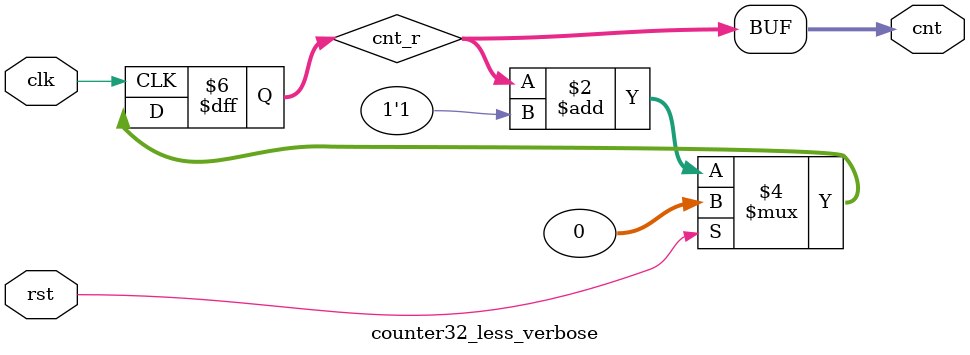
<source format=sv>
module counter32_less_verbose
(
    input         clk,
    input         rst,
    output [31:0] cnt
);

    logic [31:0] cnt_r;

    always_ff @ (posedge clk)
        if (rst)
            cnt_r <= '0;
        else
            cnt_r <= cnt_r + 1'd1;

    assign cnt = cnt_r;

endmodule

</source>
